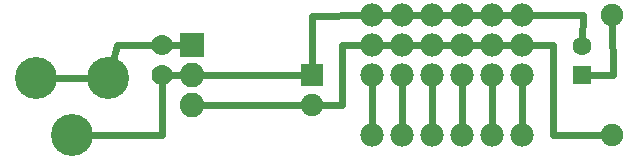
<source format=gbl>
G04 MADE WITH FRITZING*
G04 WWW.FRITZING.ORG*
G04 DOUBLE SIDED*
G04 HOLES PLATED*
G04 CONTOUR ON CENTER OF CONTOUR VECTOR*
%ASAXBY*%
%FSLAX23Y23*%
%MOIN*%
%OFA0B0*%
%SFA1.0B1.0*%
%ADD10C,0.078000*%
%ADD11C,0.082000*%
%ADD12C,0.140000*%
%ADD13C,0.070000*%
%ADD14C,0.062992*%
%ADD15C,0.075000*%
%ADD16R,0.082000X0.082000*%
%ADD17R,0.062992X0.062992*%
%ADD18R,0.075000X0.075000*%
%ADD19C,0.024000*%
%LNCOPPER0*%
G90*
G70*
G54D10*
X1336Y541D03*
X1336Y441D03*
X1336Y341D03*
X1436Y541D03*
X1436Y441D03*
X1436Y341D03*
X1536Y541D03*
X1536Y441D03*
X1536Y341D03*
X1636Y541D03*
X1636Y441D03*
X1636Y341D03*
X1736Y541D03*
X1736Y441D03*
X1736Y341D03*
X1836Y541D03*
X1836Y441D03*
X1836Y341D03*
G54D11*
X736Y441D03*
X736Y341D03*
X736Y241D03*
G54D12*
X456Y331D03*
X216Y331D03*
X336Y141D03*
G54D10*
X1836Y141D03*
X1736Y141D03*
X1636Y141D03*
X1536Y141D03*
X1436Y141D03*
X1336Y141D03*
G54D13*
X636Y441D03*
X636Y341D03*
G54D14*
X2036Y341D03*
X2036Y439D03*
G54D15*
X2136Y141D03*
X2136Y541D03*
X1136Y341D03*
X1136Y241D03*
G54D16*
X736Y441D03*
G54D17*
X2036Y341D03*
G54D18*
X1136Y341D03*
G54D19*
X406Y331D02*
X266Y331D01*
D02*
X1355Y541D02*
X1417Y541D01*
D02*
X1455Y541D02*
X1517Y541D01*
D02*
X1555Y541D02*
X1617Y541D01*
D02*
X1655Y541D02*
X1717Y541D01*
D02*
X1755Y541D02*
X1817Y541D01*
D02*
X1755Y441D02*
X1817Y441D01*
D02*
X1655Y441D02*
X1717Y441D01*
D02*
X1555Y441D02*
X1617Y441D01*
D02*
X1455Y441D02*
X1517Y441D01*
D02*
X1355Y441D02*
X1417Y441D01*
D02*
X1336Y160D02*
X1336Y322D01*
D02*
X1436Y160D02*
X1436Y322D01*
D02*
X1536Y160D02*
X1536Y322D01*
D02*
X1636Y160D02*
X1636Y322D01*
D02*
X1736Y160D02*
X1736Y322D01*
D02*
X1836Y160D02*
X1836Y322D01*
D02*
X2038Y543D02*
X2036Y455D01*
D02*
X1855Y541D02*
X2038Y543D01*
D02*
X1937Y140D02*
X1937Y442D01*
D02*
X1937Y442D02*
X1855Y441D01*
D02*
X2118Y141D02*
X1937Y140D01*
D02*
X2137Y343D02*
X2136Y523D01*
D02*
X2052Y341D02*
X2137Y343D01*
D02*
X1136Y539D02*
X1317Y541D01*
D02*
X1136Y358D02*
X1136Y539D01*
D02*
X1234Y441D02*
X1234Y240D01*
D02*
X1234Y240D02*
X1153Y241D01*
D02*
X1317Y441D02*
X1234Y441D01*
D02*
X1118Y241D02*
X757Y241D01*
D02*
X651Y341D02*
X1118Y341D01*
D02*
X651Y341D02*
X715Y341D01*
D02*
X715Y441D02*
X651Y441D01*
D02*
X485Y441D02*
X469Y379D01*
D02*
X621Y441D02*
X485Y441D01*
D02*
X635Y141D02*
X636Y326D01*
D02*
X386Y141D02*
X635Y141D01*
G04 End of Copper0*
M02*
</source>
